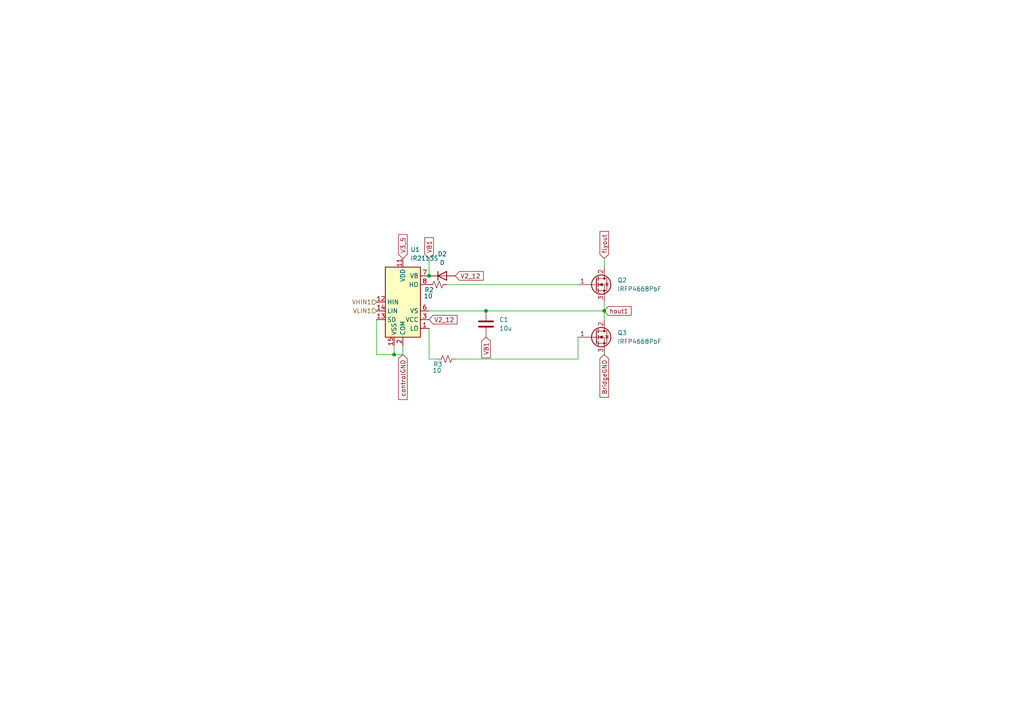
<source format=kicad_sch>
(kicad_sch
	(version 20231120)
	(generator "eeschema")
	(generator_version "8.0")
	(uuid "64e3b1c6-29d9-4957-b2ad-09673be45259")
	(paper "A4")
	(lib_symbols
		(symbol "Device:C"
			(pin_numbers hide)
			(pin_names
				(offset 0.254)
			)
			(exclude_from_sim no)
			(in_bom yes)
			(on_board yes)
			(property "Reference" "C"
				(at 0.635 2.54 0)
				(effects
					(font
						(size 1.27 1.27)
					)
					(justify left)
				)
			)
			(property "Value" "C"
				(at 0.635 -2.54 0)
				(effects
					(font
						(size 1.27 1.27)
					)
					(justify left)
				)
			)
			(property "Footprint" ""
				(at 0.9652 -3.81 0)
				(effects
					(font
						(size 1.27 1.27)
					)
					(hide yes)
				)
			)
			(property "Datasheet" "~"
				(at 0 0 0)
				(effects
					(font
						(size 1.27 1.27)
					)
					(hide yes)
				)
			)
			(property "Description" "Unpolarized capacitor"
				(at 0 0 0)
				(effects
					(font
						(size 1.27 1.27)
					)
					(hide yes)
				)
			)
			(property "ki_keywords" "cap capacitor"
				(at 0 0 0)
				(effects
					(font
						(size 1.27 1.27)
					)
					(hide yes)
				)
			)
			(property "ki_fp_filters" "C_*"
				(at 0 0 0)
				(effects
					(font
						(size 1.27 1.27)
					)
					(hide yes)
				)
			)
			(symbol "C_0_1"
				(polyline
					(pts
						(xy -2.032 -0.762) (xy 2.032 -0.762)
					)
					(stroke
						(width 0.508)
						(type default)
					)
					(fill
						(type none)
					)
				)
				(polyline
					(pts
						(xy -2.032 0.762) (xy 2.032 0.762)
					)
					(stroke
						(width 0.508)
						(type default)
					)
					(fill
						(type none)
					)
				)
			)
			(symbol "C_1_1"
				(pin passive line
					(at 0 3.81 270)
					(length 2.794)
					(name "~"
						(effects
							(font
								(size 1.27 1.27)
							)
						)
					)
					(number "1"
						(effects
							(font
								(size 1.27 1.27)
							)
						)
					)
				)
				(pin passive line
					(at 0 -3.81 90)
					(length 2.794)
					(name "~"
						(effects
							(font
								(size 1.27 1.27)
							)
						)
					)
					(number "2"
						(effects
							(font
								(size 1.27 1.27)
							)
						)
					)
				)
			)
		)
		(symbol "Device:D"
			(pin_numbers hide)
			(pin_names
				(offset 1.016) hide)
			(exclude_from_sim no)
			(in_bom yes)
			(on_board yes)
			(property "Reference" "D"
				(at 0 2.54 0)
				(effects
					(font
						(size 1.27 1.27)
					)
				)
			)
			(property "Value" "D"
				(at 0 -2.54 0)
				(effects
					(font
						(size 1.27 1.27)
					)
				)
			)
			(property "Footprint" ""
				(at 0 0 0)
				(effects
					(font
						(size 1.27 1.27)
					)
					(hide yes)
				)
			)
			(property "Datasheet" "~"
				(at 0 0 0)
				(effects
					(font
						(size 1.27 1.27)
					)
					(hide yes)
				)
			)
			(property "Description" "Diode"
				(at 0 0 0)
				(effects
					(font
						(size 1.27 1.27)
					)
					(hide yes)
				)
			)
			(property "Sim.Device" "D"
				(at 0 0 0)
				(effects
					(font
						(size 1.27 1.27)
					)
					(hide yes)
				)
			)
			(property "Sim.Pins" "1=K 2=A"
				(at 0 0 0)
				(effects
					(font
						(size 1.27 1.27)
					)
					(hide yes)
				)
			)
			(property "ki_keywords" "diode"
				(at 0 0 0)
				(effects
					(font
						(size 1.27 1.27)
					)
					(hide yes)
				)
			)
			(property "ki_fp_filters" "TO-???* *_Diode_* *SingleDiode* D_*"
				(at 0 0 0)
				(effects
					(font
						(size 1.27 1.27)
					)
					(hide yes)
				)
			)
			(symbol "D_0_1"
				(polyline
					(pts
						(xy -1.27 1.27) (xy -1.27 -1.27)
					)
					(stroke
						(width 0.254)
						(type default)
					)
					(fill
						(type none)
					)
				)
				(polyline
					(pts
						(xy 1.27 0) (xy -1.27 0)
					)
					(stroke
						(width 0)
						(type default)
					)
					(fill
						(type none)
					)
				)
				(polyline
					(pts
						(xy 1.27 1.27) (xy 1.27 -1.27) (xy -1.27 0) (xy 1.27 1.27)
					)
					(stroke
						(width 0.254)
						(type default)
					)
					(fill
						(type none)
					)
				)
			)
			(symbol "D_1_1"
				(pin passive line
					(at -3.81 0 0)
					(length 2.54)
					(name "K"
						(effects
							(font
								(size 1.27 1.27)
							)
						)
					)
					(number "1"
						(effects
							(font
								(size 1.27 1.27)
							)
						)
					)
				)
				(pin passive line
					(at 3.81 0 180)
					(length 2.54)
					(name "A"
						(effects
							(font
								(size 1.27 1.27)
							)
						)
					)
					(number "2"
						(effects
							(font
								(size 1.27 1.27)
							)
						)
					)
				)
			)
		)
		(symbol "Device:R_Small_US"
			(pin_numbers hide)
			(pin_names
				(offset 0.254) hide)
			(exclude_from_sim no)
			(in_bom yes)
			(on_board yes)
			(property "Reference" "R"
				(at 0.762 0.508 0)
				(effects
					(font
						(size 1.27 1.27)
					)
					(justify left)
				)
			)
			(property "Value" "R_Small_US"
				(at 0.762 -1.016 0)
				(effects
					(font
						(size 1.27 1.27)
					)
					(justify left)
				)
			)
			(property "Footprint" ""
				(at 0 0 0)
				(effects
					(font
						(size 1.27 1.27)
					)
					(hide yes)
				)
			)
			(property "Datasheet" "~"
				(at 0 0 0)
				(effects
					(font
						(size 1.27 1.27)
					)
					(hide yes)
				)
			)
			(property "Description" "Resistor, small US symbol"
				(at 0 0 0)
				(effects
					(font
						(size 1.27 1.27)
					)
					(hide yes)
				)
			)
			(property "ki_keywords" "r resistor"
				(at 0 0 0)
				(effects
					(font
						(size 1.27 1.27)
					)
					(hide yes)
				)
			)
			(property "ki_fp_filters" "R_*"
				(at 0 0 0)
				(effects
					(font
						(size 1.27 1.27)
					)
					(hide yes)
				)
			)
			(symbol "R_Small_US_1_1"
				(polyline
					(pts
						(xy 0 0) (xy 1.016 -0.381) (xy 0 -0.762) (xy -1.016 -1.143) (xy 0 -1.524)
					)
					(stroke
						(width 0)
						(type default)
					)
					(fill
						(type none)
					)
				)
				(polyline
					(pts
						(xy 0 1.524) (xy 1.016 1.143) (xy 0 0.762) (xy -1.016 0.381) (xy 0 0)
					)
					(stroke
						(width 0)
						(type default)
					)
					(fill
						(type none)
					)
				)
				(pin passive line
					(at 0 2.54 270)
					(length 1.016)
					(name "~"
						(effects
							(font
								(size 1.27 1.27)
							)
						)
					)
					(number "1"
						(effects
							(font
								(size 1.27 1.27)
							)
						)
					)
				)
				(pin passive line
					(at 0 -2.54 90)
					(length 1.016)
					(name "~"
						(effects
							(font
								(size 1.27 1.27)
							)
						)
					)
					(number "2"
						(effects
							(font
								(size 1.27 1.27)
							)
						)
					)
				)
			)
		)
		(symbol "Driver_FET:IR2113S"
			(exclude_from_sim no)
			(in_bom yes)
			(on_board yes)
			(property "Reference" "U"
				(at 1.27 13.335 0)
				(effects
					(font
						(size 1.27 1.27)
					)
					(justify left)
				)
			)
			(property "Value" "IR2113S"
				(at 1.27 11.43 0)
				(effects
					(font
						(size 1.27 1.27)
					)
					(justify left)
				)
			)
			(property "Footprint" "Package_SO:SOIC-16W_7.5x10.3mm_P1.27mm"
				(at 0 0 0)
				(effects
					(font
						(size 1.27 1.27)
						(italic yes)
					)
					(hide yes)
				)
			)
			(property "Datasheet" "https://www.infineon.com/dgdl/ir2110.pdf?fileId=5546d462533600a4015355c80333167e"
				(at 0 0 0)
				(effects
					(font
						(size 1.27 1.27)
					)
					(hide yes)
				)
			)
			(property "Description" "High and Low Side Driver, 500V, 2.0/2.0A, SOIC-16W"
				(at 0 0 0)
				(effects
					(font
						(size 1.27 1.27)
					)
					(hide yes)
				)
			)
			(property "ki_keywords" "Gate Driver"
				(at 0 0 0)
				(effects
					(font
						(size 1.27 1.27)
					)
					(hide yes)
				)
			)
			(property "ki_fp_filters" "SOIC*7.5x10.3mm*P1.27mm*"
				(at 0 0 0)
				(effects
					(font
						(size 1.27 1.27)
					)
					(hide yes)
				)
			)
			(symbol "IR2113S_0_1"
				(rectangle
					(start -5.08 -10.16)
					(end 5.08 10.16)
					(stroke
						(width 0.254)
						(type default)
					)
					(fill
						(type background)
					)
				)
			)
			(symbol "IR2113S_1_1"
				(pin output line
					(at 7.62 -7.62 180)
					(length 2.54)
					(name "LO"
						(effects
							(font
								(size 1.27 1.27)
							)
						)
					)
					(number "1"
						(effects
							(font
								(size 1.27 1.27)
							)
						)
					)
				)
				(pin no_connect line
					(at 5.08 2.54 180)
					(length 2.54) hide
					(name "NC"
						(effects
							(font
								(size 1.27 1.27)
							)
						)
					)
					(number "10"
						(effects
							(font
								(size 1.27 1.27)
							)
						)
					)
				)
				(pin power_in line
					(at 0 12.7 270)
					(length 2.54)
					(name "VDD"
						(effects
							(font
								(size 1.27 1.27)
							)
						)
					)
					(number "11"
						(effects
							(font
								(size 1.27 1.27)
							)
						)
					)
				)
				(pin input line
					(at -7.62 0 0)
					(length 2.54)
					(name "HIN"
						(effects
							(font
								(size 1.27 1.27)
							)
						)
					)
					(number "12"
						(effects
							(font
								(size 1.27 1.27)
							)
						)
					)
				)
				(pin input line
					(at -7.62 -5.08 0)
					(length 2.54)
					(name "SD"
						(effects
							(font
								(size 1.27 1.27)
							)
						)
					)
					(number "13"
						(effects
							(font
								(size 1.27 1.27)
							)
						)
					)
				)
				(pin input line
					(at -7.62 -2.54 0)
					(length 2.54)
					(name "LIN"
						(effects
							(font
								(size 1.27 1.27)
							)
						)
					)
					(number "14"
						(effects
							(font
								(size 1.27 1.27)
							)
						)
					)
				)
				(pin power_in line
					(at -2.54 -12.7 90)
					(length 2.54)
					(name "VSS"
						(effects
							(font
								(size 1.27 1.27)
							)
						)
					)
					(number "15"
						(effects
							(font
								(size 1.27 1.27)
							)
						)
					)
				)
				(pin no_connect line
					(at 5.08 0 180)
					(length 2.54) hide
					(name "NC"
						(effects
							(font
								(size 1.27 1.27)
							)
						)
					)
					(number "16"
						(effects
							(font
								(size 1.27 1.27)
							)
						)
					)
				)
				(pin power_in line
					(at 0 -12.7 90)
					(length 2.54)
					(name "COM"
						(effects
							(font
								(size 1.27 1.27)
							)
						)
					)
					(number "2"
						(effects
							(font
								(size 1.27 1.27)
							)
						)
					)
				)
				(pin power_in line
					(at 7.62 -5.08 180)
					(length 2.54)
					(name "VCC"
						(effects
							(font
								(size 1.27 1.27)
							)
						)
					)
					(number "3"
						(effects
							(font
								(size 1.27 1.27)
							)
						)
					)
				)
				(pin no_connect line
					(at -5.08 7.62 0)
					(length 2.54) hide
					(name "NC"
						(effects
							(font
								(size 1.27 1.27)
							)
						)
					)
					(number "4"
						(effects
							(font
								(size 1.27 1.27)
							)
						)
					)
				)
				(pin no_connect line
					(at -5.08 5.08 0)
					(length 2.54) hide
					(name "NC"
						(effects
							(font
								(size 1.27 1.27)
							)
						)
					)
					(number "5"
						(effects
							(font
								(size 1.27 1.27)
							)
						)
					)
				)
				(pin passive line
					(at 7.62 -2.54 180)
					(length 2.54)
					(name "VS"
						(effects
							(font
								(size 1.27 1.27)
							)
						)
					)
					(number "6"
						(effects
							(font
								(size 1.27 1.27)
							)
						)
					)
				)
				(pin passive line
					(at 7.62 7.62 180)
					(length 2.54)
					(name "VB"
						(effects
							(font
								(size 1.27 1.27)
							)
						)
					)
					(number "7"
						(effects
							(font
								(size 1.27 1.27)
							)
						)
					)
				)
				(pin output line
					(at 7.62 5.08 180)
					(length 2.54)
					(name "HO"
						(effects
							(font
								(size 1.27 1.27)
							)
						)
					)
					(number "8"
						(effects
							(font
								(size 1.27 1.27)
							)
						)
					)
				)
				(pin no_connect line
					(at -5.08 2.54 0)
					(length 2.54) hide
					(name "NC"
						(effects
							(font
								(size 1.27 1.27)
							)
						)
					)
					(number "9"
						(effects
							(font
								(size 1.27 1.27)
							)
						)
					)
				)
			)
		)
		(symbol "Transistor_FET:IRFP4668PbF"
			(pin_names hide)
			(exclude_from_sim no)
			(in_bom yes)
			(on_board yes)
			(property "Reference" "Q"
				(at 5.08 1.905 0)
				(effects
					(font
						(size 1.27 1.27)
					)
					(justify left)
				)
			)
			(property "Value" "IRFP4668PbF"
				(at 5.08 0 0)
				(effects
					(font
						(size 1.27 1.27)
					)
					(justify left)
				)
			)
			(property "Footprint" "Package_TO_SOT_THT:TO-247-3_Vertical"
				(at 5.08 -1.905 0)
				(effects
					(font
						(size 1.27 1.27)
						(italic yes)
					)
					(justify left)
					(hide yes)
				)
			)
			(property "Datasheet" "https://www.infineon.com/dgdl/irfp4668pbf.pdf?fileId=5546d462533600a40153562c8528201d"
				(at 5.08 -3.81 0)
				(effects
					(font
						(size 1.27 1.27)
					)
					(justify left)
					(hide yes)
				)
			)
			(property "Description" "130A Id, 200V Vds, N-Channel Power MOSFET, TO-247"
				(at 0 0 0)
				(effects
					(font
						(size 1.27 1.27)
					)
					(hide yes)
				)
			)
			(property "ki_keywords" "N-Channel Power MOSFET"
				(at 0 0 0)
				(effects
					(font
						(size 1.27 1.27)
					)
					(hide yes)
				)
			)
			(property "ki_fp_filters" "TO?247*"
				(at 0 0 0)
				(effects
					(font
						(size 1.27 1.27)
					)
					(hide yes)
				)
			)
			(symbol "IRFP4668PbF_0_1"
				(polyline
					(pts
						(xy 0.254 0) (xy -2.54 0)
					)
					(stroke
						(width 0)
						(type default)
					)
					(fill
						(type none)
					)
				)
				(polyline
					(pts
						(xy 0.254 1.905) (xy 0.254 -1.905)
					)
					(stroke
						(width 0.254)
						(type default)
					)
					(fill
						(type none)
					)
				)
				(polyline
					(pts
						(xy 0.762 -1.27) (xy 0.762 -2.286)
					)
					(stroke
						(width 0.254)
						(type default)
					)
					(fill
						(type none)
					)
				)
				(polyline
					(pts
						(xy 0.762 0.508) (xy 0.762 -0.508)
					)
					(stroke
						(width 0.254)
						(type default)
					)
					(fill
						(type none)
					)
				)
				(polyline
					(pts
						(xy 0.762 2.286) (xy 0.762 1.27)
					)
					(stroke
						(width 0.254)
						(type default)
					)
					(fill
						(type none)
					)
				)
				(polyline
					(pts
						(xy 2.54 2.54) (xy 2.54 1.778)
					)
					(stroke
						(width 0)
						(type default)
					)
					(fill
						(type none)
					)
				)
				(polyline
					(pts
						(xy 2.54 -2.54) (xy 2.54 0) (xy 0.762 0)
					)
					(stroke
						(width 0)
						(type default)
					)
					(fill
						(type none)
					)
				)
				(polyline
					(pts
						(xy 0.762 -1.778) (xy 3.302 -1.778) (xy 3.302 1.778) (xy 0.762 1.778)
					)
					(stroke
						(width 0)
						(type default)
					)
					(fill
						(type none)
					)
				)
				(polyline
					(pts
						(xy 1.016 0) (xy 2.032 0.381) (xy 2.032 -0.381) (xy 1.016 0)
					)
					(stroke
						(width 0)
						(type default)
					)
					(fill
						(type outline)
					)
				)
				(polyline
					(pts
						(xy 2.794 0.508) (xy 2.921 0.381) (xy 3.683 0.381) (xy 3.81 0.254)
					)
					(stroke
						(width 0)
						(type default)
					)
					(fill
						(type none)
					)
				)
				(polyline
					(pts
						(xy 3.302 0.381) (xy 2.921 -0.254) (xy 3.683 -0.254) (xy 3.302 0.381)
					)
					(stroke
						(width 0)
						(type default)
					)
					(fill
						(type none)
					)
				)
				(circle
					(center 1.651 0)
					(radius 2.794)
					(stroke
						(width 0.254)
						(type default)
					)
					(fill
						(type none)
					)
				)
				(circle
					(center 2.54 -1.778)
					(radius 0.254)
					(stroke
						(width 0)
						(type default)
					)
					(fill
						(type outline)
					)
				)
				(circle
					(center 2.54 1.778)
					(radius 0.254)
					(stroke
						(width 0)
						(type default)
					)
					(fill
						(type outline)
					)
				)
			)
			(symbol "IRFP4668PbF_1_1"
				(pin input line
					(at -5.08 0 0)
					(length 2.54)
					(name "G"
						(effects
							(font
								(size 1.27 1.27)
							)
						)
					)
					(number "1"
						(effects
							(font
								(size 1.27 1.27)
							)
						)
					)
				)
				(pin passive line
					(at 2.54 5.08 270)
					(length 2.54)
					(name "D"
						(effects
							(font
								(size 1.27 1.27)
							)
						)
					)
					(number "2"
						(effects
							(font
								(size 1.27 1.27)
							)
						)
					)
				)
				(pin passive line
					(at 2.54 -5.08 90)
					(length 2.54)
					(name "S"
						(effects
							(font
								(size 1.27 1.27)
							)
						)
					)
					(number "3"
						(effects
							(font
								(size 1.27 1.27)
							)
						)
					)
				)
			)
		)
	)
	(junction
		(at 175.26 90.17)
		(diameter 0)
		(color 0 0 0 0)
		(uuid "0ef7be2e-1ed4-4b38-ac4d-56819edb0115")
	)
	(junction
		(at 140.97 90.17)
		(diameter 0)
		(color 0 0 0 0)
		(uuid "31f83d1f-23c0-46a8-ac1d-6d7aa278d511")
	)
	(junction
		(at 124.46 80.01)
		(diameter 0)
		(color 0 0 0 0)
		(uuid "4091bddd-43ae-45a2-aee8-9ce647f960c7")
	)
	(junction
		(at 114.3 102.87)
		(diameter 0)
		(color 0 0 0 0)
		(uuid "d0b7e112-b8bd-4fef-b12c-24193ae636d2")
	)
	(wire
		(pts
			(xy 167.64 104.14) (xy 167.64 97.79)
		)
		(stroke
			(width 0)
			(type default)
		)
		(uuid "13bfcbc7-fdcd-4b8d-a566-ba006b341d19")
	)
	(wire
		(pts
			(xy 175.26 87.63) (xy 175.26 90.17)
		)
		(stroke
			(width 0)
			(type default)
		)
		(uuid "4ddb37c4-447d-4502-bd4a-d5363f825b65")
	)
	(wire
		(pts
			(xy 140.97 90.17) (xy 175.26 90.17)
		)
		(stroke
			(width 0)
			(type default)
		)
		(uuid "573ebdd1-58b8-4baf-835a-4f7b7d42b981")
	)
	(wire
		(pts
			(xy 124.46 95.25) (xy 124.46 104.14)
		)
		(stroke
			(width 0)
			(type default)
		)
		(uuid "785eb7bd-33f9-4bac-bb50-496b4f3dbbbb")
	)
	(wire
		(pts
			(xy 109.22 92.71) (xy 109.22 102.87)
		)
		(stroke
			(width 0)
			(type default)
		)
		(uuid "8197a78e-efc8-469a-8f28-eb79657ec515")
	)
	(wire
		(pts
			(xy 116.84 102.87) (xy 116.84 100.33)
		)
		(stroke
			(width 0)
			(type default)
		)
		(uuid "8488a33e-d7c0-445e-abab-7a991dda0877")
	)
	(wire
		(pts
			(xy 124.46 104.14) (xy 127 104.14)
		)
		(stroke
			(width 0)
			(type default)
		)
		(uuid "94ae486c-1694-4f77-b9eb-6b8c8e077be7")
	)
	(wire
		(pts
			(xy 132.08 104.14) (xy 167.64 104.14)
		)
		(stroke
			(width 0)
			(type default)
		)
		(uuid "a36c9bc9-873a-459d-9889-bbe492499bfc")
	)
	(wire
		(pts
			(xy 175.26 74.93) (xy 175.26 77.47)
		)
		(stroke
			(width 0)
			(type default)
		)
		(uuid "a4677231-35f3-4a56-9c67-2fbe2da034f2")
	)
	(wire
		(pts
			(xy 124.46 90.17) (xy 140.97 90.17)
		)
		(stroke
			(width 0)
			(type default)
		)
		(uuid "b5ebd12e-7e82-4d19-bf22-4ccbd44926fb")
	)
	(wire
		(pts
			(xy 124.46 74.93) (xy 124.46 80.01)
		)
		(stroke
			(width 0)
			(type default)
		)
		(uuid "c16552b3-4fac-4137-80e6-33afe2f1bf77")
	)
	(wire
		(pts
			(xy 109.22 102.87) (xy 114.3 102.87)
		)
		(stroke
			(width 0)
			(type default)
		)
		(uuid "caff4d72-d9b3-485b-abed-df18aa7df9d8")
	)
	(wire
		(pts
			(xy 175.26 90.17) (xy 175.26 92.71)
		)
		(stroke
			(width 0)
			(type default)
		)
		(uuid "d85ee250-8a39-41c8-a054-0e46647ad93a")
	)
	(wire
		(pts
			(xy 114.3 102.87) (xy 116.84 102.87)
		)
		(stroke
			(width 0)
			(type default)
		)
		(uuid "e92979a5-7556-4af6-8637-b46e9bb1384e")
	)
	(wire
		(pts
			(xy 114.3 100.33) (xy 114.3 102.87)
		)
		(stroke
			(width 0)
			(type default)
		)
		(uuid "ebf11a7a-f245-4907-b45f-d001448e446d")
	)
	(wire
		(pts
			(xy 129.54 82.55) (xy 167.64 82.55)
		)
		(stroke
			(width 0)
			(type default)
		)
		(uuid "f92b02b6-40e9-4970-932c-adf9aa5e9654")
	)
	(global_label "flyout"
		(shape input)
		(at 175.26 74.93 90)
		(fields_autoplaced yes)
		(effects
			(font
				(size 1.27 1.27)
			)
			(justify left)
		)
		(uuid "305ba643-2720-4c9d-9a77-423f3ce30393")
		(property "Intersheetrefs" "${INTERSHEET_REFS}"
			(at 175.26 66.5626 90)
			(effects
				(font
					(size 1.27 1.27)
				)
				(justify left)
				(hide yes)
			)
		)
	)
	(global_label "V2_12"
		(shape input)
		(at 124.46 92.71 0)
		(fields_autoplaced yes)
		(effects
			(font
				(size 1.27 1.27)
			)
			(justify left)
		)
		(uuid "3b26699d-bae5-4a7c-a7d1-1e15ecde8bf8")
		(property "Intersheetrefs" "${INTERSHEET_REFS}"
			(at 133.1299 92.71 0)
			(effects
				(font
					(size 1.27 1.27)
				)
				(justify left)
				(hide yes)
			)
		)
	)
	(global_label "BridgeGND"
		(shape input)
		(at 175.26 102.87 270)
		(fields_autoplaced yes)
		(effects
			(font
				(size 1.27 1.27)
			)
			(justify right)
		)
		(uuid "43bafef5-3552-4db8-994f-988c52ae3cdc")
		(property "Intersheetrefs" "${INTERSHEET_REFS}"
			(at 175.26 115.7733 90)
			(effects
				(font
					(size 1.27 1.27)
				)
				(justify right)
				(hide yes)
			)
		)
	)
	(global_label "hout1"
		(shape input)
		(at 175.26 90.17 0)
		(fields_autoplaced yes)
		(effects
			(font
				(size 1.27 1.27)
			)
			(justify left)
		)
		(uuid "4d9d9d2b-d865-4879-9d2c-38a8a0a7866c")
		(property "Intersheetrefs" "${INTERSHEET_REFS}"
			(at 183.6274 90.17 0)
			(effects
				(font
					(size 1.27 1.27)
				)
				(justify left)
				(hide yes)
			)
		)
	)
	(global_label "V2_12"
		(shape input)
		(at 132.08 80.01 0)
		(fields_autoplaced yes)
		(effects
			(font
				(size 1.27 1.27)
			)
			(justify left)
		)
		(uuid "722d3481-5b53-4468-b77c-4abc00a841be")
		(property "Intersheetrefs" "${INTERSHEET_REFS}"
			(at 140.7499 80.01 0)
			(effects
				(font
					(size 1.27 1.27)
				)
				(justify left)
				(hide yes)
			)
		)
	)
	(global_label "controlGND"
		(shape input)
		(at 116.84 102.87 270)
		(fields_autoplaced yes)
		(effects
			(font
				(size 1.27 1.27)
			)
			(justify right)
		)
		(uuid "87b7652f-e400-41b1-8a91-bd4f7a608e1e")
		(property "Intersheetrefs" "${INTERSHEET_REFS}"
			(at 116.84 116.4384 90)
			(effects
				(font
					(size 1.27 1.27)
				)
				(justify right)
				(hide yes)
			)
		)
	)
	(global_label "VB1"
		(shape input)
		(at 140.97 97.79 270)
		(fields_autoplaced yes)
		(effects
			(font
				(size 1.27 1.27)
			)
			(justify right)
		)
		(uuid "bcc613e6-4ae5-445a-92d5-1641692ed94d")
		(property "Intersheetrefs" "${INTERSHEET_REFS}"
			(at 140.97 104.3433 90)
			(effects
				(font
					(size 1.27 1.27)
				)
				(justify right)
				(hide yes)
			)
		)
	)
	(global_label "V3_5"
		(shape input)
		(at 116.84 74.93 90)
		(fields_autoplaced yes)
		(effects
			(font
				(size 1.27 1.27)
			)
			(justify left)
		)
		(uuid "db1fa279-bd31-41b3-9b1c-e5205efa3209")
		(property "Intersheetrefs" "${INTERSHEET_REFS}"
			(at 116.84 67.4696 90)
			(effects
				(font
					(size 1.27 1.27)
				)
				(justify left)
				(hide yes)
			)
		)
	)
	(global_label "VB1"
		(shape input)
		(at 124.46 74.93 90)
		(fields_autoplaced yes)
		(effects
			(font
				(size 1.27 1.27)
			)
			(justify left)
		)
		(uuid "dcb09bc5-087d-4ff7-ab2a-ca4c559d9c19")
		(property "Intersheetrefs" "${INTERSHEET_REFS}"
			(at 124.46 68.3767 90)
			(effects
				(font
					(size 1.27 1.27)
				)
				(justify left)
				(hide yes)
			)
		)
	)
	(hierarchical_label "VHIN1"
		(shape input)
		(at 109.22 87.63 180)
		(fields_autoplaced yes)
		(effects
			(font
				(size 1.27 1.27)
			)
			(justify right)
		)
		(uuid "5bd39f45-f127-4451-a096-b827336e5c1a")
	)
	(hierarchical_label "VLIN1"
		(shape input)
		(at 109.22 90.17 180)
		(fields_autoplaced yes)
		(effects
			(font
				(size 1.27 1.27)
			)
			(justify right)
		)
		(uuid "f036da35-69c0-4472-8110-5536bf2f1ae9")
	)
	(symbol
		(lib_id "Device:D")
		(at 128.27 80.01 0)
		(unit 1)
		(exclude_from_sim no)
		(in_bom yes)
		(on_board yes)
		(dnp no)
		(fields_autoplaced yes)
		(uuid "38610ad5-e140-4bfc-8519-e683f88ffad9")
		(property "Reference" "D2"
			(at 128.27 73.66 0)
			(effects
				(font
					(size 1.27 1.27)
				)
			)
		)
		(property "Value" "D"
			(at 128.27 76.2 0)
			(effects
				(font
					(size 1.27 1.27)
				)
			)
		)
		(property "Footprint" "Diode_SMD:D_1206_3216Metric_Pad1.42x1.75mm_HandSolder"
			(at 128.27 80.01 0)
			(effects
				(font
					(size 1.27 1.27)
				)
				(hide yes)
			)
		)
		(property "Datasheet" "~"
			(at 128.27 80.01 0)
			(effects
				(font
					(size 1.27 1.27)
				)
				(hide yes)
			)
		)
		(property "Description" "Diode"
			(at 128.27 80.01 0)
			(effects
				(font
					(size 1.27 1.27)
				)
				(hide yes)
			)
		)
		(property "Sim.Device" "D"
			(at 128.27 80.01 0)
			(effects
				(font
					(size 1.27 1.27)
				)
				(hide yes)
			)
		)
		(property "Sim.Pins" "1=K 2=A"
			(at 128.27 80.01 0)
			(effects
				(font
					(size 1.27 1.27)
				)
				(hide yes)
			)
		)
		(pin "1"
			(uuid "26eb9d7f-95b6-411f-bcd0-a7088f5a564d")
		)
		(pin "2"
			(uuid "8530a2dc-7188-4e2a-ad7a-cf2f56589050")
		)
		(instances
			(project ""
				(path "/edf94242-0cdc-4580-8fae-fd56a0fef1a3/e7939abf-f3c7-4c3c-afa8-080c8db56da1/7018ac08-c3a8-4cbc-b696-0ff593babc1d"
					(reference "D2")
					(unit 1)
				)
			)
		)
	)
	(symbol
		(lib_id "Transistor_FET:IRFP4668PbF")
		(at 172.72 97.79 0)
		(unit 1)
		(exclude_from_sim no)
		(in_bom yes)
		(on_board yes)
		(dnp no)
		(fields_autoplaced yes)
		(uuid "a251ec6e-04de-460b-ab87-c0a2b3aa9b35")
		(property "Reference" "Q3"
			(at 179.07 96.5199 0)
			(effects
				(font
					(size 1.27 1.27)
				)
				(justify left)
			)
		)
		(property "Value" "IRFP4668PbF"
			(at 179.07 99.0599 0)
			(effects
				(font
					(size 1.27 1.27)
				)
				(justify left)
			)
		)
		(property "Footprint" "Package_TO_SOT_SMD:SC-59_Handsoldering"
			(at 177.8 99.695 0)
			(effects
				(font
					(size 1.27 1.27)
					(italic yes)
				)
				(justify left)
				(hide yes)
			)
		)
		(property "Datasheet" "https://www.infineon.com/dgdl/irfp4668pbf.pdf?fileId=5546d462533600a40153562c8528201d"
			(at 177.8 101.6 0)
			(effects
				(font
					(size 1.27 1.27)
				)
				(justify left)
				(hide yes)
			)
		)
		(property "Description" "130A Id, 200V Vds, N-Channel Power MOSFET, TO-247"
			(at 172.72 97.79 0)
			(effects
				(font
					(size 1.27 1.27)
				)
				(hide yes)
			)
		)
		(pin "1"
			(uuid "588271f3-0fc4-4f12-8e78-fcc068babef6")
		)
		(pin "2"
			(uuid "48479f09-cf1b-47cb-bca6-f758d5557e6e")
		)
		(pin "3"
			(uuid "4e16acec-5e55-4250-909a-843227090cf1")
		)
		(instances
			(project ""
				(path "/edf94242-0cdc-4580-8fae-fd56a0fef1a3/e7939abf-f3c7-4c3c-afa8-080c8db56da1/7018ac08-c3a8-4cbc-b696-0ff593babc1d"
					(reference "Q3")
					(unit 1)
				)
			)
		)
	)
	(symbol
		(lib_id "Driver_FET:IR2113S")
		(at 116.84 87.63 0)
		(unit 1)
		(exclude_from_sim no)
		(in_bom yes)
		(on_board yes)
		(dnp no)
		(fields_autoplaced yes)
		(uuid "b62304a8-11a9-4981-93f3-d014bbe680df")
		(property "Reference" "U1"
			(at 119.0341 72.39 0)
			(effects
				(font
					(size 1.27 1.27)
				)
				(justify left)
			)
		)
		(property "Value" "IR2113S"
			(at 119.0341 74.93 0)
			(effects
				(font
					(size 1.27 1.27)
				)
				(justify left)
			)
		)
		(property "Footprint" "Package_SO:SOIC-16W_7.5x10.3mm_P1.27mm"
			(at 116.84 87.63 0)
			(effects
				(font
					(size 1.27 1.27)
					(italic yes)
				)
				(hide yes)
			)
		)
		(property "Datasheet" "https://www.infineon.com/dgdl/ir2110.pdf?fileId=5546d462533600a4015355c80333167e"
			(at 116.84 87.63 0)
			(effects
				(font
					(size 1.27 1.27)
				)
				(hide yes)
			)
		)
		(property "Description" "High and Low Side Driver, 500V, 2.0/2.0A, SOIC-16W"
			(at 116.84 87.63 0)
			(effects
				(font
					(size 1.27 1.27)
				)
				(hide yes)
			)
		)
		(pin "1"
			(uuid "d3b0a755-b9fb-4ad5-92f6-39859772ec80")
		)
		(pin "6"
			(uuid "6043e368-c310-4f28-b92f-7ee191371465")
		)
		(pin "15"
			(uuid "599e6579-2309-4ae1-9f60-e824932ba9ce")
		)
		(pin "8"
			(uuid "5a9f11e0-9236-44b6-aa11-cd841a0d164a")
		)
		(pin "9"
			(uuid "748212bc-4fd7-4527-be24-307bee29fec5")
		)
		(pin "10"
			(uuid "8164b936-304d-4b2b-a7e4-891dab55f97b")
		)
		(pin "7"
			(uuid "7cc0e1f6-503a-4338-a50f-fae728ab465b")
		)
		(pin "3"
			(uuid "6709c1fd-7912-4aca-9d36-4ed613038321")
		)
		(pin "2"
			(uuid "066cb113-78ca-4dd7-8f37-1f16a07b8690")
		)
		(pin "11"
			(uuid "f1172cab-f5d7-472a-8e5e-8c183883db60")
		)
		(pin "14"
			(uuid "4055c500-5387-42d6-bde9-4ccec2276c08")
		)
		(pin "4"
			(uuid "d5c3348d-6daf-4de4-8040-cfa6578f1f28")
		)
		(pin "5"
			(uuid "681fdb10-22c8-43c9-bd76-a5fcfd69026f")
		)
		(pin "12"
			(uuid "a3aa75ad-d0f0-4b26-9ee7-41298d7a1158")
		)
		(pin "13"
			(uuid "4c41b1ce-f03e-4bc6-a6ad-26d023ce6238")
		)
		(pin "16"
			(uuid "b86c2f90-c968-4e93-ac81-fe8ddae5128c")
		)
		(instances
			(project ""
				(path "/edf94242-0cdc-4580-8fae-fd56a0fef1a3/e7939abf-f3c7-4c3c-afa8-080c8db56da1/7018ac08-c3a8-4cbc-b696-0ff593babc1d"
					(reference "U1")
					(unit 1)
				)
			)
		)
	)
	(symbol
		(lib_id "Device:R_Small_US")
		(at 127 82.55 90)
		(unit 1)
		(exclude_from_sim no)
		(in_bom yes)
		(on_board yes)
		(dnp no)
		(uuid "cfd110b4-2de8-4355-9b3e-4bc4d07a8ed6")
		(property "Reference" "R2"
			(at 124.46 84.074 90)
			(effects
				(font
					(size 1.27 1.27)
				)
			)
		)
		(property "Value" "10"
			(at 124.206 85.852 90)
			(effects
				(font
					(size 1.27 1.27)
				)
			)
		)
		(property "Footprint" "Resistor_SMD:R_01005_0402Metric"
			(at 127 82.55 0)
			(effects
				(font
					(size 1.27 1.27)
				)
				(hide yes)
			)
		)
		(property "Datasheet" "~"
			(at 127 82.55 0)
			(effects
				(font
					(size 1.27 1.27)
				)
				(hide yes)
			)
		)
		(property "Description" "Resistor, small US symbol"
			(at 127 82.55 0)
			(effects
				(font
					(size 1.27 1.27)
				)
				(hide yes)
			)
		)
		(pin "2"
			(uuid "07c49389-51c9-4791-9e0d-097aa81200f8")
		)
		(pin "1"
			(uuid "d18bb667-94ed-4909-9e02-71f7dc4167fe")
		)
		(instances
			(project ""
				(path "/edf94242-0cdc-4580-8fae-fd56a0fef1a3/e7939abf-f3c7-4c3c-afa8-080c8db56da1/7018ac08-c3a8-4cbc-b696-0ff593babc1d"
					(reference "R2")
					(unit 1)
				)
			)
		)
	)
	(symbol
		(lib_id "Transistor_FET:IRFP4668PbF")
		(at 172.72 82.55 0)
		(unit 1)
		(exclude_from_sim no)
		(in_bom yes)
		(on_board yes)
		(dnp no)
		(fields_autoplaced yes)
		(uuid "dbe84809-badd-4a69-93f2-a9d1ed0e4dcb")
		(property "Reference" "Q2"
			(at 179.07 81.2799 0)
			(effects
				(font
					(size 1.27 1.27)
				)
				(justify left)
			)
		)
		(property "Value" "IRFP4668PbF"
			(at 179.07 83.8199 0)
			(effects
				(font
					(size 1.27 1.27)
				)
				(justify left)
			)
		)
		(property "Footprint" "Package_TO_SOT_SMD:SC-59_Handsoldering"
			(at 177.8 84.455 0)
			(effects
				(font
					(size 1.27 1.27)
					(italic yes)
				)
				(justify left)
				(hide yes)
			)
		)
		(property "Datasheet" "https://www.infineon.com/dgdl/irfp4668pbf.pdf?fileId=5546d462533600a40153562c8528201d"
			(at 177.8 86.36 0)
			(effects
				(font
					(size 1.27 1.27)
				)
				(justify left)
				(hide yes)
			)
		)
		(property "Description" "130A Id, 200V Vds, N-Channel Power MOSFET, TO-247"
			(at 172.72 82.55 0)
			(effects
				(font
					(size 1.27 1.27)
				)
				(hide yes)
			)
		)
		(pin "1"
			(uuid "5f19287e-9c84-4c5f-b70d-a0a545c0cdcd")
		)
		(pin "2"
			(uuid "167a1133-79a6-4fa9-8357-0f3138f8b014")
		)
		(pin "3"
			(uuid "932cfbc0-0333-40d6-a96f-d49b5b274042")
		)
		(instances
			(project ""
				(path "/edf94242-0cdc-4580-8fae-fd56a0fef1a3/e7939abf-f3c7-4c3c-afa8-080c8db56da1/7018ac08-c3a8-4cbc-b696-0ff593babc1d"
					(reference "Q2")
					(unit 1)
				)
			)
		)
	)
	(symbol
		(lib_id "Device:R_Small_US")
		(at 129.54 104.14 90)
		(unit 1)
		(exclude_from_sim no)
		(in_bom yes)
		(on_board yes)
		(dnp no)
		(uuid "e04b9533-beb9-45f7-a446-65519d72b9bd")
		(property "Reference" "R3"
			(at 127 105.664 90)
			(effects
				(font
					(size 1.27 1.27)
				)
			)
		)
		(property "Value" "10"
			(at 126.746 107.442 90)
			(effects
				(font
					(size 1.27 1.27)
				)
			)
		)
		(property "Footprint" "Resistor_SMD:R_01005_0402Metric"
			(at 129.54 104.14 0)
			(effects
				(font
					(size 1.27 1.27)
				)
				(hide yes)
			)
		)
		(property "Datasheet" "~"
			(at 129.54 104.14 0)
			(effects
				(font
					(size 1.27 1.27)
				)
				(hide yes)
			)
		)
		(property "Description" "Resistor, small US symbol"
			(at 129.54 104.14 0)
			(effects
				(font
					(size 1.27 1.27)
				)
				(hide yes)
			)
		)
		(pin "2"
			(uuid "b708085b-8dbf-4acb-bafc-2f45c177bda1")
		)
		(pin "1"
			(uuid "02e67d7d-a6d6-4a8b-bc87-b9b77e37f366")
		)
		(instances
			(project ""
				(path "/edf94242-0cdc-4580-8fae-fd56a0fef1a3/e7939abf-f3c7-4c3c-afa8-080c8db56da1/7018ac08-c3a8-4cbc-b696-0ff593babc1d"
					(reference "R3")
					(unit 1)
				)
			)
		)
	)
	(symbol
		(lib_id "Device:C")
		(at 140.97 93.98 0)
		(unit 1)
		(exclude_from_sim no)
		(in_bom yes)
		(on_board yes)
		(dnp no)
		(fields_autoplaced yes)
		(uuid "ef2a8899-e868-4768-8bea-d60b3c215902")
		(property "Reference" "C1"
			(at 144.78 92.7099 0)
			(effects
				(font
					(size 1.27 1.27)
				)
				(justify left)
			)
		)
		(property "Value" "10u"
			(at 144.78 95.2499 0)
			(effects
				(font
					(size 1.27 1.27)
				)
				(justify left)
			)
		)
		(property "Footprint" "Capacitor_SMD:C_01005_0402Metric"
			(at 141.9352 97.79 0)
			(effects
				(font
					(size 1.27 1.27)
				)
				(hide yes)
			)
		)
		(property "Datasheet" "~"
			(at 140.97 93.98 0)
			(effects
				(font
					(size 1.27 1.27)
				)
				(hide yes)
			)
		)
		(property "Description" "Unpolarized capacitor"
			(at 140.97 93.98 0)
			(effects
				(font
					(size 1.27 1.27)
				)
				(hide yes)
			)
		)
		(pin "2"
			(uuid "356cd227-898b-4ade-aa53-6a266c3ae373")
		)
		(pin "1"
			(uuid "542b0a3c-3d2f-4cd9-b8aa-a45abb5c22b2")
		)
		(instances
			(project ""
				(path "/edf94242-0cdc-4580-8fae-fd56a0fef1a3/e7939abf-f3c7-4c3c-afa8-080c8db56da1/7018ac08-c3a8-4cbc-b696-0ff593babc1d"
					(reference "C1")
					(unit 1)
				)
			)
		)
	)
)

</source>
